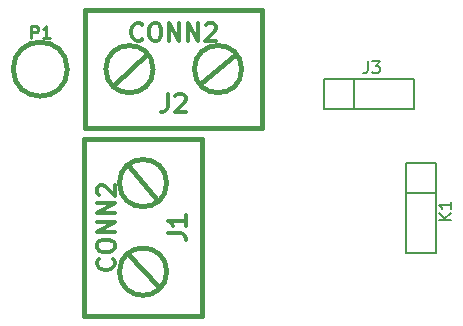
<source format=gto>
G04 (created by PCBNEW (2013-jul-07)-stable) date Wed 30 Apr 2014 09:50:54 BST*
%MOIN*%
G04 Gerber Fmt 3.4, Leading zero omitted, Abs format*
%FSLAX34Y34*%
G01*
G70*
G90*
G04 APERTURE LIST*
%ADD10C,0.00590551*%
%ADD11C,0.006*%
%ADD12C,0.015*%
%ADD13C,0.012*%
%ADD14C,0.01*%
G04 APERTURE END LIST*
G54D10*
G54D11*
X11334Y7216D02*
X11334Y8216D01*
X11334Y8216D02*
X14334Y8216D01*
X14334Y8216D02*
X14334Y7216D01*
X14334Y7216D02*
X11334Y7216D01*
X12334Y8216D02*
X12334Y7216D01*
G54D12*
X4822Y2381D02*
X5806Y1298D01*
X4822Y5334D02*
X5806Y4153D01*
X6101Y1791D02*
G75*
G03X6101Y1791I-787J0D01*
G74*
G01*
X6101Y4743D02*
G75*
G03X6101Y4743I-787J0D01*
G74*
G01*
X7283Y6220D02*
X7283Y314D01*
X7283Y314D02*
X3345Y314D01*
X3345Y314D02*
X3345Y6220D01*
X3345Y6220D02*
X7283Y6220D01*
X5452Y9034D02*
X4369Y8050D01*
X8405Y9034D02*
X7224Y8050D01*
X5649Y8542D02*
G75*
G03X5649Y8542I-787J0D01*
G74*
G01*
X8601Y8542D02*
G75*
G03X8601Y8542I-787J0D01*
G74*
G01*
X9291Y6573D02*
X3385Y6573D01*
X3385Y6573D02*
X3385Y10511D01*
X3385Y10511D02*
X9291Y10511D01*
X9291Y10511D02*
X9291Y6573D01*
X2789Y8542D02*
G75*
G03X2789Y8542I-900J0D01*
G74*
G01*
G54D11*
X14066Y5397D02*
X15066Y5397D01*
X15066Y5397D02*
X15066Y2397D01*
X15066Y2397D02*
X14066Y2397D01*
X14066Y2397D02*
X14066Y5397D01*
X15066Y4397D02*
X14066Y4397D01*
X12801Y8804D02*
X12801Y8518D01*
X12782Y8461D01*
X12744Y8423D01*
X12687Y8404D01*
X12648Y8404D01*
X12953Y8804D02*
X13201Y8804D01*
X13067Y8652D01*
X13125Y8652D01*
X13163Y8633D01*
X13182Y8614D01*
X13201Y8576D01*
X13201Y8480D01*
X13182Y8442D01*
X13163Y8423D01*
X13125Y8404D01*
X13010Y8404D01*
X12972Y8423D01*
X12953Y8442D01*
G54D13*
X6138Y3067D02*
X6567Y3067D01*
X6653Y3039D01*
X6710Y2982D01*
X6738Y2896D01*
X6738Y2839D01*
X6738Y3667D02*
X6738Y3325D01*
X6738Y3496D02*
X6138Y3496D01*
X6224Y3439D01*
X6281Y3382D01*
X6310Y3325D01*
X4319Y2225D02*
X4348Y2196D01*
X4376Y2110D01*
X4376Y2053D01*
X4348Y1967D01*
X4291Y1910D01*
X4233Y1882D01*
X4119Y1853D01*
X4033Y1853D01*
X3919Y1882D01*
X3862Y1910D01*
X3805Y1967D01*
X3776Y2053D01*
X3776Y2110D01*
X3805Y2196D01*
X3833Y2225D01*
X3776Y2596D02*
X3776Y2710D01*
X3805Y2767D01*
X3862Y2825D01*
X3976Y2853D01*
X4176Y2853D01*
X4291Y2825D01*
X4348Y2767D01*
X4376Y2710D01*
X4376Y2596D01*
X4348Y2539D01*
X4291Y2482D01*
X4176Y2453D01*
X3976Y2453D01*
X3862Y2482D01*
X3805Y2539D01*
X3776Y2596D01*
X4376Y3110D02*
X3776Y3110D01*
X4376Y3453D01*
X3776Y3453D01*
X4376Y3739D02*
X3776Y3739D01*
X4376Y4082D01*
X3776Y4082D01*
X3833Y4339D02*
X3805Y4367D01*
X3776Y4425D01*
X3776Y4567D01*
X3805Y4625D01*
X3833Y4653D01*
X3891Y4682D01*
X3948Y4682D01*
X4033Y4653D01*
X4376Y4310D01*
X4376Y4682D01*
X6138Y7719D02*
X6138Y7290D01*
X6110Y7204D01*
X6053Y7147D01*
X5967Y7119D01*
X5910Y7119D01*
X6396Y7661D02*
X6424Y7690D01*
X6481Y7719D01*
X6624Y7719D01*
X6681Y7690D01*
X6710Y7661D01*
X6738Y7604D01*
X6738Y7547D01*
X6710Y7461D01*
X6367Y7119D01*
X6738Y7119D01*
X5296Y9538D02*
X5267Y9509D01*
X5181Y9481D01*
X5124Y9481D01*
X5038Y9509D01*
X4981Y9566D01*
X4953Y9623D01*
X4924Y9738D01*
X4924Y9823D01*
X4953Y9938D01*
X4981Y9995D01*
X5038Y10052D01*
X5124Y10081D01*
X5181Y10081D01*
X5267Y10052D01*
X5296Y10023D01*
X5667Y10081D02*
X5781Y10081D01*
X5838Y10052D01*
X5896Y9995D01*
X5924Y9881D01*
X5924Y9681D01*
X5896Y9566D01*
X5838Y9509D01*
X5781Y9481D01*
X5667Y9481D01*
X5610Y9509D01*
X5553Y9566D01*
X5524Y9681D01*
X5524Y9881D01*
X5553Y9995D01*
X5610Y10052D01*
X5667Y10081D01*
X6181Y9481D02*
X6181Y10081D01*
X6524Y9481D01*
X6524Y10081D01*
X6810Y9481D02*
X6810Y10081D01*
X7153Y9481D01*
X7153Y10081D01*
X7410Y10023D02*
X7438Y10052D01*
X7496Y10081D01*
X7638Y10081D01*
X7696Y10052D01*
X7724Y10023D01*
X7753Y9966D01*
X7753Y9909D01*
X7724Y9823D01*
X7381Y9481D01*
X7753Y9481D01*
G54D14*
X1594Y9580D02*
X1594Y9980D01*
X1747Y9980D01*
X1785Y9961D01*
X1804Y9942D01*
X1823Y9904D01*
X1823Y9847D01*
X1804Y9809D01*
X1785Y9790D01*
X1747Y9771D01*
X1594Y9771D01*
X2204Y9580D02*
X1975Y9580D01*
X2089Y9580D02*
X2089Y9980D01*
X2051Y9923D01*
X2013Y9885D01*
X1975Y9866D01*
G54D11*
X15578Y3502D02*
X15178Y3502D01*
X15578Y3731D02*
X15350Y3559D01*
X15178Y3731D02*
X15407Y3502D01*
X15578Y4112D02*
X15578Y3883D01*
X15578Y3997D02*
X15178Y3997D01*
X15236Y3959D01*
X15274Y3921D01*
X15293Y3883D01*
M02*

</source>
